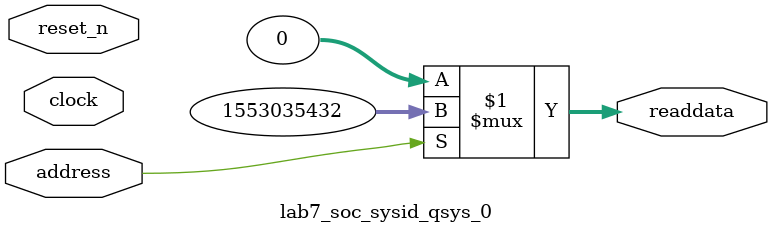
<source format=v>



// synthesis translate_off
`timescale 1ns / 1ps
// synthesis translate_on

// turn off superfluous verilog processor warnings 
// altera message_level Level1 
// altera message_off 10034 10035 10036 10037 10230 10240 10030 

module lab7_soc_sysid_qsys_0 (
               // inputs:
                address,
                clock,
                reset_n,

               // outputs:
                readdata
             )
;

  output  [ 31: 0] readdata;
  input            address;
  input            clock;
  input            reset_n;

  wire    [ 31: 0] readdata;
  //control_slave, which is an e_avalon_slave
  assign readdata = address ? 1553035432 : 0;

endmodule



</source>
